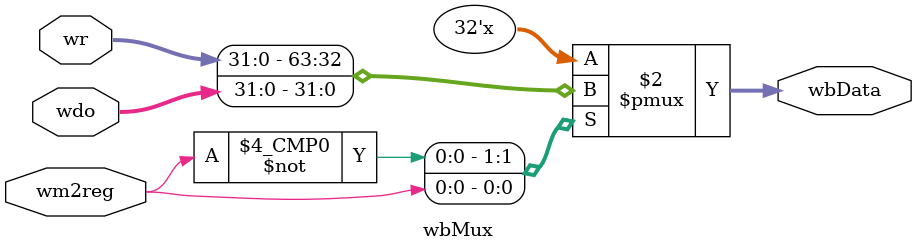
<source format=v>


module wbMux(
    input [31:0] wr,    // value calculated from ALU, from MEM/WB reg
    input [31:0] wdo,   // value from data memory, from MEM/WB reg
    input wm2reg,       // control signal for Mux, from MEM/WB via Control Unit
    
    output reg [31:0] wbData    // output data to be written back in register file
    );
    
    always @(*)
    begin
        case (wm2reg)
            1'b0:
            begin
                wbData <= wr;
            end
            1'b1:
            begin
                wbData <= wdo;
            end
        endcase
    end
endmodule

</source>
